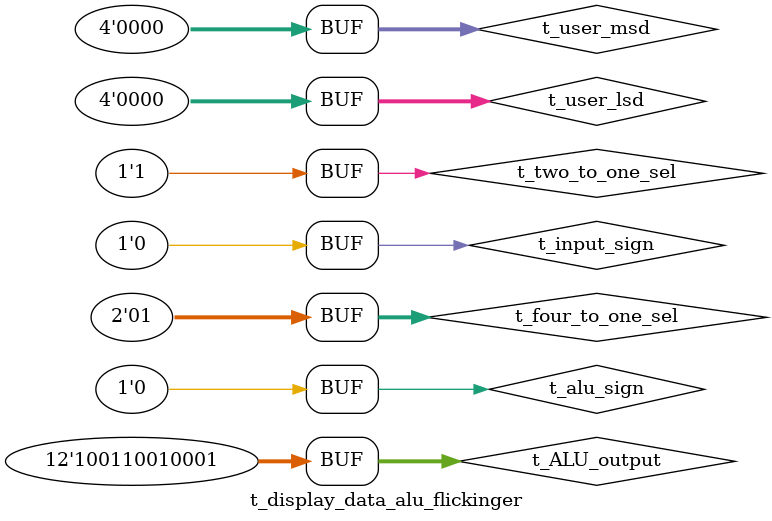
<source format=v>
`timescale 1ns / 1ps


module t_display_data_alu_flickinger();
    reg[3:0] t_user_msd, t_user_lsd;
    reg[11:0] t_ALU_output;
    reg[1:0] t_four_to_one_sel;
    reg t_alu_sign, t_input_sign, t_two_to_one_sel;
    wire t_a_out, t_b_out, t_c_out, t_d_out, t_e_out, t_f_out, t_g_out;
    wire[7:0] t_AN;
    
    display_data_output_circuit uut(t_user_msd, t_user_lsd, t_ALU_output, t_four_to_one_sel, t_alu_sign, t_input_sign, t_two_to_one_sel, t_a_out, t_b_out, t_c_out, t_d_out, t_e_out, t_f_out, t_g_out, t_AN);
    
    initial
        begin
            t_input_sign = 0;
            t_user_msd = 4'b0000;
            t_user_lsd = 4'b0000;        
            t_two_to_one_sel = 1;
          
            //0
            t_alu_sign = 0;
            t_ALU_output = 12'b000000000000; 
            t_four_to_one_sel = 2'b00;
            
            //1
            #50
            t_alu_sign = 0;
            t_ALU_output = 12'b000101001001;
            t_four_to_one_sel = 2'b01;
                        
            //2
            #50
            t_alu_sign = 0;
            t_ALU_output = 12'b001000011000;
            t_four_to_one_sel = 2'b10;
                        
            //3
            #50
            t_alu_sign = 0;
            t_ALU_output = 12'b001110000111;
            t_four_to_one_sel = 2'b11;
                        
            //4
            #50
            t_alu_sign = 1;
            t_ALU_output = 12'b010000100110; 
            t_four_to_one_sel = 2'b00;
            
            //5
            #50
            t_alu_sign = 1;
            t_ALU_output = 12'b010100000101; 
            t_four_to_one_sel = 2'b01;
                        
            //6
            #50
            t_alu_sign = 1;
            t_ALU_output = 12'b011001000100; 
            t_four_to_one_sel = 2'b10;
            
            //7
            #50
            t_alu_sign = 1;
            t_ALU_output = 12'b011110000011;
            t_four_to_one_sel = 2'b11;
            
            //8
            #50
            t_alu_sign = 0;
            t_ALU_output = 12'b100000100010; 
            t_four_to_one_sel = 2'b00;
            
            //9
            #50
            t_alu_sign = 0;
            t_ALU_output = 12'b100110010001; 
            t_four_to_one_sel = 2'b01;
        end
endmodule
</source>
